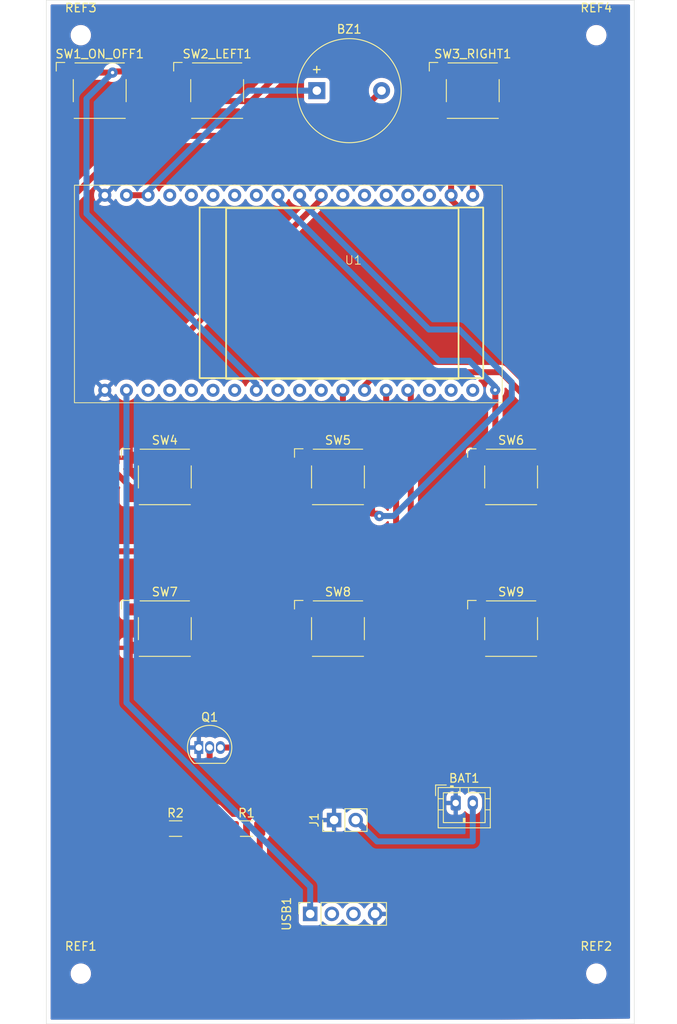
<source format=kicad_pcb>
(kicad_pcb (version 20240108) (generator "pcbnew") (generator_version "8.0")
  (layers (0 "F.Cu" signal) (31 "B.Cu" signal) (34 "B.Paste" user) (35 "F.Paste" user) (36 "B.SilkS" user "B.Silkscreen") (37 "F.SilkS" user "F.Silkscreen") (38 "B.Mask" user) (39 "F.Mask" user) (44 "Edge.Cuts" user))
  (net 0 "")
  (net 1 "GND")
  (net 2 "Net-(U1-PROG)")
  (net 3 "Net-(U1-GPIO7{slash}ADC1_6)")
  (net 4 "Net-(U1-GPIO6{slash}ADC1_5)")
  (net 5 "Net-(U1-GPIO38)")
  (net 6 "Net-(U1-GPIO39)")
  (net 7 "Net-(U1-GPIO40)")
  (net 8 "Net-(U1-GPIO26)")
  (net 9 "Net-(U1-GPIO48)")
  (net 10 "Net-(U1-GPIO47)")
  (net 32 "Net-(BZ1--)")
  (net 33 "+3.3V")
  (net 34 "Net-(Q1-B)")
  (net 35 "Net-(U1-GPIO33)")
  (net 36 "Net-(U1-5V)")
  (net 39 "Net-(BAT1-Pin_2)")
  (footprint "Button_Switch_SMD:SW_SPST_Omron_B3FS-100xP" (layer "F.Cu") (at 107.22 36)
    (property "Reference" "SW1_ON_OFF1" (at 0 -4.3 0) (layer "F.SilkS"))
    (property "Value" "SW_Push")
    (fp_line (start -5.1 -3.3) (end -4.1 -3.3) (stroke (width 0.12)) (layer "F.SilkS"))
    (fp_line (start -5.1 -2.3) (end -5.1 -3.3) (stroke (width 0.12)) (layer "F.SilkS"))
    (fp_line (start -3.1 -1.3) (end -3.1 1.3) (stroke (width 0.12)) (layer "F.SilkS"))
    (fp_line (start 2.9 -3.25) (end -2.9 -3.25) (stroke (width 0.12)) (layer "F.SilkS"))
    (fp_line (start 3 3.25) (end -3 3.25) (stroke (width 0.12)) (layer "F.SilkS"))
    (fp_line (start 3.1 -1.3) (end 3.1 1.3) (stroke (width 0.12)) (layer "F.SilkS"))
    (pad "1" smd rect (at -4 -2.25 180) (size 1.6 1.4) (layers "F.Cu" "F.Paste" "F.Mask") (net 2 "Net-(U1-PROG)"))
    (pad "1" smd rect (at 4 -2.25 180) (size 1.6 1.4) (layers "F.Cu" "F.Paste" "F.Mask") (net 2 "Net-(U1-PROG)"))
    (pad "2" smd rect (at -4 2.25 180) (size 1.6 1.4) (layers "F.Cu" "F.Paste" "F.Mask") (net 1 "GND"))
    (pad "2" smd rect (at 4 2.25 180) (size 1.6 1.4) (layers "F.Cu" "F.Paste" "F.Mask") (net 1 "GND"))
  )
  (footprint "Connector_PinSocket_2.54mm:PinSocket_1x04_P2.54mm_Vertical" (layer "F.Cu") (at 131.92 132.5 90)
    (property "Reference" "USB1" (at 0 -2.77 -90) (layer "F.SilkS"))
    (property "Value" "Conn_01x04_Pin")
    (fp_line (start 1.33 -1.33) (end 1.33 0) (stroke (width 0.12)) (layer "F.SilkS"))
    (fp_line (start 0 -1.33) (end 1.33 -1.33) (stroke (width 0.12)) (layer "F.SilkS"))
    (fp_line (start 1.33 1.27) (end 1.33 8.95) (stroke (width 0.12)) (layer "F.SilkS"))
    (fp_line (start -1.33 1.27) (end 1.33 1.27) (stroke (width 0.12)) (layer "F.SilkS"))
    (fp_line (start -1.33 1.27) (end -1.33 8.95) (stroke (width 0.12)) (layer "F.SilkS"))
    (fp_line (start -1.33 8.95) (end 1.33 8.95) (stroke (width 0.12)) (layer "F.SilkS"))
    (pad "1" thru_hole rect (at 0 0 90) (size 1.7 1.7) (drill 1) (layers "*.Cu" "*.Mask") (net 36 "Net-(U1-5V)"))
    (pad "2" thru_hole oval (at 0 2.54 90) (size 1.7 1.7) (drill 1) (layers "*.Cu" "*.Mask"))
    (pad "3" thru_hole oval (at 0 5.08 90) (size 1.7 1.7) (drill 1) (layers "*.Cu" "*.Mask"))
    (pad "4" thru_hole oval (at 0 7.62 90) (size 1.7 1.7) (drill 1) (layers "*.Cu" "*.Mask") (net 1 "GND"))
  )
  (footprint "MountingHole:MountingHole_2.2mm_M2" (layer "F.Cu") (at 105 139.5)
    (property "Reference" "REF1" (at 0 -3.2 0) (layer "F.SilkS"))
    (property "Value" "MountingHole_2.2mm_M2")
    (pad "" np_thru_hole circle (at 0 0) (size 2.2 2.2) (drill 2.2) (layers "*.Cu" "*.Mask"))
  )
  (footprint "Button_Switch_SMD:SW_SPST_Omron_B3FS-100xP" (layer "F.Cu") (at 114.86 81.28)
    (property "Reference" "SW4" (at 0 -4.3 0) (layer "F.SilkS"))
    (property "Value" "SW_Push")
    (fp_line (start -5.1 -3.3) (end -4.1 -3.3) (stroke (width 0.12)) (layer "F.SilkS"))
    (fp_line (start -5.1 -2.3) (end -5.1 -3.3) (stroke (width 0.12)) (layer "F.SilkS"))
    (fp_line (start -3.1 -1.3) (end -3.1 1.3) (stroke (width 0.12)) (layer "F.SilkS"))
    (fp_line (start 2.9 -3.25) (end -2.9 -3.25) (stroke (width 0.12)) (layer "F.SilkS"))
    (fp_line (start 3 3.25) (end -3 3.25) (stroke (width 0.12)) (layer "F.SilkS"))
    (fp_line (start 3.1 -1.3) (end 3.1 1.3) (stroke (width 0.12)) (layer "F.SilkS"))
    (pad "1" smd rect (at -4 -2.25 180) (size 1.6 1.4) (layers "F.Cu" "F.Paste" "F.Mask") (net 1 "GND"))
    (pad "1" smd rect (at 4 -2.25 180) (size 1.6 1.4) (layers "F.Cu" "F.Paste" "F.Mask") (net 1 "GND"))
    (pad "2" smd rect (at -4 2.25 180) (size 1.6 1.4) (layers "F.Cu" "F.Paste" "F.Mask") (net 5 "Net-(U1-GPIO38)"))
    (pad "2" smd rect (at 4 2.25 180) (size 1.6 1.4) (layers "F.Cu" "F.Paste" "F.Mask") (net 5 "Net-(U1-GPIO38)"))
  )
  (footprint "Button_Switch_SMD:SW_SPST_Omron_B3FS-100xP" (layer "F.Cu") (at 151 36)
    (property "Reference" "SW3_RIGHT1" (at 0 -4.3 0) (layer "F.SilkS"))
    (property "Value" "SW_Push")
    (fp_line (start -5.1 -3.3) (end -4.1 -3.3) (stroke (width 0.12)) (layer "F.SilkS"))
    (fp_line (start -5.1 -2.3) (end -5.1 -3.3) (stroke (width 0.12)) (layer "F.SilkS"))
    (fp_line (start -3.1 -1.3) (end -3.1 1.3) (stroke (width 0.12)) (layer "F.SilkS"))
    (fp_line (start 2.9 -3.25) (end -2.9 -3.25) (stroke (width 0.12)) (layer "F.SilkS"))
    (fp_line (start 3 3.25) (end -3 3.25) (stroke (width 0.12)) (layer "F.SilkS"))
    (fp_line (start 3.1 -1.3) (end 3.1 1.3) (stroke (width 0.12)) (layer "F.SilkS"))
    (pad "1" smd rect (at -4 -2.25 180) (size 1.6 1.4) (layers "F.Cu" "F.Paste" "F.Mask") (net 1 "GND"))
    (pad "1" smd rect (at 4 -2.25 180) (size 1.6 1.4) (layers "F.Cu" "F.Paste" "F.Mask") (net 1 "GND"))
    (pad "2" smd rect (at -4 2.25 180) (size 1.6 1.4) (layers "F.Cu" "F.Paste" "F.Mask") (net 4 "Net-(U1-GPIO6{slash}ADC1_5)"))
    (pad "2" smd rect (at 4 2.25 180) (size 1.6 1.4) (layers "F.Cu" "F.Paste" "F.Mask") (net 4 "Net-(U1-GPIO6{slash}ADC1_5)"))
  )
  (footprint "Package_TO_SOT_THT:TO-92_Inline" (layer "F.Cu") (at 118.85 113)
    (property "Reference" "Q1" (at 1.27 -3.56 0) (layer "F.SilkS"))
    (property "Value" "NPN")
    (fp_line (start -0.53 1.85) (end 3.07 1.85) (stroke (width 0.12)) (layer "F.SilkS"))
    (fp_arc (start -0.568478 1.838478) (mid -1.132087 -0.994977) (end 1.27 -2.6) (stroke (width 0.12)) (layer "F.SilkS"))
    (fp_arc (start 1.27 -2.6) (mid 3.672087 -0.994977) (end 3.108478 1.838478) (stroke (width 0.12)) (layer "F.SilkS"))
    (pad "1" thru_hole rect (at 0 0) (size 1.05 1.5) (drill 0.75) (layers "*.Cu" "*.Mask") (net 1 "GND"))
    (pad "2" thru_hole oval (at 1.27 0) (size 1.05 1.5) (drill 0.75) (layers "*.Cu" "*.Mask") (net 34 "Net-(Q1-B)"))
    (pad "3" thru_hole oval (at 2.54 0) (size 1.05 1.5) (drill 0.75) (layers "*.Cu" "*.Mask") (net 32 "Net-(BZ1--)"))
  )
  (footprint "Button_Switch_SMD:SW_SPST_Omron_B3FS-100xP" (layer "F.Cu") (at 135.18 99.06)
    (property "Reference" "SW8" (at 0 -4.3 0) (layer "F.SilkS"))
    (property "Value" "SW_Push")
    (fp_line (start -5.1 -3.3) (end -4.1 -3.3) (stroke (width 0.12)) (layer "F.SilkS"))
    (fp_line (start -5.1 -2.3) (end -5.1 -3.3) (stroke (width 0.12)) (layer "F.SilkS"))
    (fp_line (start -3.1 -1.3) (end -3.1 1.3) (stroke (width 0.12)) (layer "F.SilkS"))
    (fp_line (start 2.9 -3.25) (end -2.9 -3.25) (stroke (width 0.12)) (layer "F.SilkS"))
    (fp_line (start 3 3.25) (end -3 3.25) (stroke (width 0.12)) (layer "F.SilkS"))
    (fp_line (start 3.1 -1.3) (end 3.1 1.3) (stroke (width 0.12)) (layer "F.SilkS"))
    (pad "1" smd rect (at -4 -2.25 180) (size 1.6 1.4) (layers "F.Cu" "F.Paste" "F.Mask") (net 9 "Net-(U1-GPIO48)"))
    (pad "1" smd rect (at 4 -2.25 180) (size 1.6 1.4) (layers "F.Cu" "F.Paste" "F.Mask") (net 9 "Net-(U1-GPIO48)"))
    (pad "2" smd rect (at -4 2.25 180) (size 1.6 1.4) (layers "F.Cu" "F.Paste" "F.Mask") (net 1 "GND"))
    (pad "2" smd rect (at 4 2.25 180) (size 1.6 1.4) (layers "F.Cu" "F.Paste" "F.Mask") (net 1 "GND"))
  )
  (footprint "Button_Switch_SMD:SW_SPST_Omron_B3FS-100xP" (layer "F.Cu") (at 155.5 81.28)
    (property "Reference" "SW6" (at 0 -4.3 0) (layer "F.SilkS"))
    (property "Value" "SW_Push")
    (fp_line (start -5.1 -3.3) (end -4.1 -3.3) (stroke (width 0.12)) (layer "F.SilkS"))
    (fp_line (start -5.1 -2.3) (end -5.1 -3.3) (stroke (width 0.12)) (layer "F.SilkS"))
    (fp_line (start -3.1 -1.3) (end -3.1 1.3) (stroke (width 0.12)) (layer "F.SilkS"))
    (fp_line (start 2.9 -3.25) (end -2.9 -3.25) (stroke (width 0.12)) (layer "F.SilkS"))
    (fp_line (start 3 3.25) (end -3 3.25) (stroke (width 0.12)) (layer "F.SilkS"))
    (fp_line (start 3.1 -1.3) (end 3.1 1.3) (stroke (width 0.12)) (layer "F.SilkS"))
    (pad "1" smd rect (at -4 -2.25 180) (size 1.6 1.4) (layers "F.Cu" "F.Paste" "F.Mask") (net 1 "GND"))
    (pad "1" smd rect (at 4 -2.25 180) (size 1.6 1.4) (layers "F.Cu" "F.Paste" "F.Mask") (net 1 "GND"))
    (pad "2" smd rect (at -4 2.25 180) (size 1.6 1.4) (layers "F.Cu" "F.Paste" "F.Mask") (net 7 "Net-(U1-GPIO40)"))
    (pad "2" smd rect (at 4 2.25 180) (size 1.6 1.4) (layers "F.Cu" "F.Paste" "F.Mask") (net 7 "Net-(U1-GPIO40)"))
  )
  (footprint "Button_Switch_SMD:SW_SPST_Omron_B3FS-100xP" (layer "F.Cu") (at 135.18 81.28)
    (property "Reference" "SW5" (at 0 -4.3 0) (layer "F.SilkS"))
    (property "Value" "SW_Push")
    (fp_line (start -5.1 -3.3) (end -4.1 -3.3) (stroke (width 0.12)) (layer "F.SilkS"))
    (fp_line (start -5.1 -2.3) (end -5.1 -3.3) (stroke (width 0.12)) (layer "F.SilkS"))
    (fp_line (start -3.1 -1.3) (end -3.1 1.3) (stroke (width 0.12)) (layer "F.SilkS"))
    (fp_line (start 2.9 -3.25) (end -2.9 -3.25) (stroke (width 0.12)) (layer "F.SilkS"))
    (fp_line (start 3 3.25) (end -3 3.25) (stroke (width 0.12)) (layer "F.SilkS"))
    (fp_line (start 3.1 -1.3) (end 3.1 1.3) (stroke (width 0.12)) (layer "F.SilkS"))
    (pad "1" smd rect (at -4 -2.25 180) (size 1.6 1.4) (layers "F.Cu" "F.Paste" "F.Mask") (net 1 "GND"))
    (pad "1" smd rect (at 4 -2.25 180) (size 1.6 1.4) (layers "F.Cu" "F.Paste" "F.Mask") (net 1 "GND"))
    (pad "2" smd rect (at -4 2.25 180) (size 1.6 1.4) (layers "F.Cu" "F.Paste" "F.Mask") (net 6 "Net-(U1-GPIO39)"))
    (pad "2" smd rect (at 4 2.25 180) (size 1.6 1.4) (layers "F.Cu" "F.Paste" "F.Mask") (net 6 "Net-(U1-GPIO39)"))
  )
  (footprint "Connector_JST:JST_PH_B2B-PH-K_1x02_P2.00mm_Vertical" (layer "F.Cu") (at 149 119.5)
    (property "Reference" "BAT1" (at 1 -2.9 0) (layer "F.SilkS"))
    (property "Value" "Conn_01x02_Pin")
    (fp_line (start -2.36 -2.11) (end -2.36 -0.86) (stroke (width 0.12)) (layer "F.SilkS"))
    (fp_line (start -2.06 -1.81) (end -2.06 2.91) (stroke (width 0.12)) (layer "F.SilkS"))
    (fp_line (start -2.06 -0.5) (end -1.45 -0.5) (stroke (width 0.12)) (layer "F.SilkS"))
    (fp_line (start -2.06 0.8) (end -1.45 0.8) (stroke (width 0.12)) (layer "F.SilkS"))
    (fp_line (start -2.06 2.91) (end 4.06 2.91) (stroke (width 0.12)) (layer "F.SilkS"))
    (fp_line (start -1.45 -1.2) (end -1.45 2.3) (stroke (width 0.12)) (layer "F.SilkS"))
    (fp_line (start -1.45 2.3) (end 3.45 2.3) (stroke (width 0.12)) (layer "F.SilkS"))
    (fp_line (start -1.11 -2.11) (end -2.36 -2.11) (stroke (width 0.12)) (layer "F.SilkS"))
    (fp_line (start -0.6 -2.01) (end -0.6 -1.81) (stroke (width 0.12)) (layer "F.SilkS"))
    (fp_line (start -0.3 -2.01) (end -0.6 -2.01) (stroke (width 0.12)) (layer "F.SilkS"))
    (fp_line (start -0.3 -1.91) (end -0.6 -1.91) (stroke (width 0.12)) (layer "F.SilkS"))
    (fp_line (start -0.3 -1.81) (end -0.3 -2.01) (stroke (width 0.12)) (layer "F.SilkS"))
    (fp_line (start 0.5 -1.81) (end 0.5 -1.2) (stroke (width 0.12)) (layer "F.SilkS"))
    (fp_line (start 0.5 -1.2) (end -1.45 -1.2) (stroke (width 0.12)) (layer "F.SilkS"))
    (fp_line (start 0.9 1.8) (end 1.1 1.8) (stroke (width 0.12)) (layer "F.SilkS"))
    (fp_line (start 0.9 2.3) (end 0.9 1.8) (stroke (width 0.12)) (layer "F.SilkS"))
    (fp_line (start 1 2.3) (end 1 1.8) (stroke (width 0.12)) (layer "F.SilkS"))
    (fp_line (start 1.1 1.8) (end 1.1 2.3) (stroke (width 0.12)) (layer "F.SilkS"))
    (fp_line (start 1.5 -1.2) (end 1.5 -1.81) (stroke (width 0.12)) (layer "F.SilkS"))
    (fp_line (start 3.45 -1.2) (end 1.5 -1.2) (stroke (width 0.12)) (layer "F.SilkS"))
    (fp_line (start 3.45 2.3) (end 3.45 -1.2) (stroke (width 0.12)) (layer "F.SilkS"))
    (fp_line (start 4.06 -1.81) (end -2.06 -1.81) (stroke (width 0.12)) (layer "F.SilkS"))
    (fp_line (start 4.06 -0.5) (end 3.45 -0.5) (stroke (width 0.12)) (layer "F.SilkS"))
    (fp_line (start 4.06 0.8) (end 3.45 0.8) (stroke (width 0.12)) (layer "F.SilkS"))
    (fp_line (start 4.06 2.91) (end 4.06 -1.81) (stroke (width 0.12)) (layer "F.SilkS"))
    (pad "1" thru_hole roundrect (at 0 0) (size 1.2 1.75) (drill 0.75) (layers "*.Cu" "*.Mask") (roundrect_rratio 0.208333) (net 1 "GND"))
    (pad "2" thru_hole oval (at 2 0) (size 1.2 1.75) (drill 0.75) (layers "*.Cu" "*.Mask") (net 39 "Net-(BAT1-Pin_2)"))
  )
  (footprint "MountingHole:MountingHole_2.2mm_M2" (layer "F.Cu") (at 105 29.5)
    (property "Reference" "REF3" (at 0 -3.2 0) (layer "F.SilkS"))
    (property "Value" "MountingHole_2.2mm_M2")
    (pad "" np_thru_hole circle (at 0 0) (size 2.2 2.2) (drill 2.2) (layers "*.Cu" "*.Mask"))
  )
  (footprint "Buzzer_Beeper:Buzzer_12x9.5RM7.6" (layer "F.Cu") (at 132.7 36)
    (property "Reference" "BZ1" (at 3.8 -7.2 0) (layer "F.SilkS"))
    (property "Value" "Buzzer")
    (fp_circle (center 3.8 0) (end 9.9 0) (stroke (width 0.12)) (fill none) (layer "F.SilkS"))
    (fp_text user "+" (at -0.01 -2.54 0) (layer "F.SilkS"))
    (pad "1" thru_hole rect (at 0 0) (size 2 2) (drill 1) (layers "*.Cu" "*.Mask") (net 33 "+3.3V"))
    (pad "2" thru_hole circle (at 7.6 0) (size 2 2) (drill 1) (layers "*.Cu" "*.Mask") (net 32 "Net-(BZ1--)"))
  )
  (footprint "Resistor_SMD:R_1206_3216Metric_Pad1.30x1.75mm_HandSolder" (layer "F.Cu") (at 124.45 122.5)
    (property "Reference" "R1" (at 0 -1.82 0) (layer "F.SilkS"))
    (property "Value" "470")
    (fp_line (start -0.727064 -0.91) (end 0.727064 -0.91) (stroke (width 0.12)) (layer "F.SilkS"))
    (fp_line (start -0.727064 0.91) (end 0.727064 0.91) (stroke (width 0.12)) (layer "F.SilkS"))
    (pad "1" smd roundrect (at -1.55 0) (size 1.3 1.75) (layers "F.Cu" "F.Paste" "F.Mask") (roundrect_rratio 0.192308) (net 35 "Net-(U1-GPIO33)"))
    (pad "2" smd roundrect (at 1.55 0) (size 1.3 1.75) (layers "F.Cu" "F.Paste" "F.Mask") (roundrect_rratio 0.192308) (net 34 "Net-(Q1-B)"))
  )
  (footprint "Node:Heltec LoRa 32 V3" (layer "F.Cu") (at 129.3688 58.42)
    (property "Reference" "U1" (at 7.62 -2.54 0) (layer "F.SilkS") (effects (font (thickness 0.1))))
    (property "Value" "~")
    (fp_rect (start -25.115185 -11.336914) (end 25.084815 14.163086) (stroke (width 0.1)) (fill none) (layer "F.SilkS"))
    (fp_rect (start -10.42 -8.723686) (end 22.86 11.276314) (stroke (width 0.2)) (fill none) (layer "F.SilkS"))
    (fp_rect (start -7.317604 -8.631612) (end 19.962396 11.368388) (stroke (width 0.2)) (fill none) (layer "F.SilkS"))
    (pad "1" thru_hole circle (at -21.548848 -10.16) (size 1.524 1.524) (drill 0.762) (layers "*.Cu" "*.Mask") (net 1 "GND"))
    (pad "2" thru_hole circle (at -19.008848 -10.16) (size 1.524 1.524) (drill 0.762) (layers "*.Cu" "*.Mask") (net 33 "+3.3V"))
    (pad "3" thru_hole circle (at -16.468848 -10.16) (size 1.524 1.524) (drill 0.762) (layers "*.Cu" "*.Mask") (net 33 "+3.3V"))
    (pad "4" thru_hole circle (at -13.928848 -10.16) (size 1.524 1.524) (drill 0.762) (layers "*.Cu" "*.Mask"))
    (pad "5" thru_hole circle (at -11.388848 -10.16) (size 1.524 1.524) (drill 0.762) (layers "*.Cu" "*.Mask"))
    (pad "6" thru_hole circle (at -8.848848 -10.16) (size 1.524 1.524) (drill 0.762) (layers "*.Cu" "*.Mask"))
    (pad "7" thru_hole circle (at -6.308848 -10.16) (size 1.524 1.524) (drill 0.762) (layers "*.Cu" "*.Mask"))
    (pad "8" thru_hole circle (at -3.768848 -10.16) (size 1.524 1.524) (drill 0.762) (layers "*.Cu" "*.Mask"))
    (pad "9" thru_hole circle (at -1.228848 -10.16) (size 1.524 1.524) (drill 0.762) (layers "*.Cu" "*.Mask") (net 7 "Net-(U1-GPIO40)"))
    (pad "10" thru_hole circle (at 1.311152 -10.16) (size 1.524 1.524) (drill 0.762) (layers "*.Cu" "*.Mask") (net 6 "Net-(U1-GPIO39)"))
    (pad "11" thru_hole circle (at 3.851152 -10.16) (size 1.524 1.524) (drill 0.762) (layers "*.Cu" "*.Mask") (net 5 "Net-(U1-GPIO38)"))
    (pad "12" thru_hole circle (at 6.391152 -10.16) (size 1.524 1.524) (drill 0.762) (layers "*.Cu" "*.Mask"))
    (pad "13" thru_hole circle (at 8.931152 -10.16) (size 1.524 1.524) (drill 0.762) (layers "*.Cu" "*.Mask"))
    (pad "14" thru_hole circle (at 11.471152 -10.16) (size 1.524 1.524) (drill 0.762) (layers "*.Cu" "*.Mask"))
    (pad "15" thru_hole circle (at 14.011152 -10.16) (size 1.524 1.524) (drill 0.762) (layers "*.Cu" "*.Mask"))
    (pad "16" thru_hole circle (at 16.551152 -10.16) (size 1.524 1.524) (drill 0.762) (layers "*.Cu" "*.Mask"))
    (pad "17" thru_hole circle (at 19.091152 -10.16) (size 1.524 1.524) (drill 0.762) (layers "*.Cu" "*.Mask") (net 4 "Net-(U1-GPIO6{slash}ADC1_5)"))
    (pad "18" thru_hole circle (at 21.631152 -10.16) (size 1.524 1.524) (drill 0.762) (layers "*.Cu" "*.Mask") (net 3 "Net-(U1-GPIO7{slash}ADC1_6)"))
    (pad "19" thru_hole circle (at -21.548848 12.7) (size 1.524 1.524) (drill 0.762) (layers "*.Cu" "*.Mask") (net 1 "GND"))
    (pad "20" thru_hole circle (at -19.008848 12.7) (size 1.524 1.524) (drill 0.762) (layers "*.Cu" "*.Mask") (net 36 "Net-(U1-5V)"))
    (pad "21" thru_hole circle (at -16.468848 12.7) (size 1.524 1.524) (drill 0.762) (layers "*.Cu" "*.Mask"))
    (pad "22" thru_hole circle (at -13.928848 12.7) (size 1.524 1.524) (drill 0.762) (layers "*.Cu" "*.Mask"))
    (pad "23" thru_hole circle (at -11.388848 12.7) (size 1.524 1.524) (drill 0.762) (layers "*.Cu" "*.Mask"))
    (pad "24" thru_hole circle (at -8.848848 12.7) (size 1.524 1.524) (drill 0.762) (layers "*.Cu" "*.Mask"))
    (pad "25" thru_hole circle (at -6.308848 12.7) (size 1.524 1.524) (drill 0.762) (layers "*.Cu" "*.Mask"))
    (pad "26" thru_hole circle (at -3.768848 12.7) (size 1.524 1.524) (drill 0.762) (layers "*.Cu" "*.Mask") (net 2 "Net-(U1-PROG)"))
    (pad "27" thru_hole circle (at -1.228848 12.7) (size 1.524 1.524) (drill 0.762) (layers "*.Cu" "*.Mask"))
    (pad "28" thru_hole circle (at 1.311152 12.7) (size 1.524 1.524) (drill 0.762) (layers "*.Cu" "*.Mask"))
    (pad "29" thru_hole circle (at 3.851152 12.7) (size 1.524 1.524) (drill 0.762) (layers "*.Cu" "*.Mask"))
    (pad "30" thru_hole circle (at 6.391152 12.7) (size 1.524 1.524) (drill 0.762) (layers "*.Cu" "*.Mask") (net 35 "Net-(U1-GPIO33)"))
    (pad "31" thru_hole circle (at 8.931152 12.7) (size 1.524 1.524) (drill 0.762) (layers "*.Cu" "*.Mask") (net 10 "Net-(U1-GPIO47)"))
    (pad "32" thru_hole circle (at 11.471152 12.7) (size 1.524 1.524) (drill 0.762) (layers "*.Cu" "*.Mask") (net 9 "Net-(U1-GPIO48)"))
    (pad "33" thru_hole circle (at 14.011152 12.7) (size 1.524 1.524) (drill 0.762) (layers "*.Cu" "*.Mask") (net 8 "Net-(U1-GPIO26)"))
    (pad "34" thru_hole circle (at 16.551152 12.7) (size 1.524 1.524) (drill 0.762) (layers "*.Cu" "*.Mask"))
    (pad "35" thru_hole circle (at 19.091152 12.7) (size 1.524 1.524) (drill 0.762) (layers "*.Cu" "*.Mask"))
    (pad "36" thru_hole circle (at 21.631152 12.7) (size 1.524 1.524) (drill 0.762) (layers "*.Cu" "*.Mask"))
  )
  (footprint "MountingHole:MountingHole_2.2mm_M2" (layer "F.Cu") (at 165.5 29.5)
    (property "Reference" "REF4" (at 0 -3.2 0) (layer "F.SilkS"))
    (property "Value" "MountingHole_2.2mm_M2")
    (pad "" np_thru_hole circle (at 0 0) (size 2.2 2.2) (drill 2.2) (layers "*.Cu" "*.Mask"))
  )
  (footprint "Button_Switch_SMD:SW_SPST_Omron_B3FS-100xP" (layer "F.Cu") (at 121 36)
    (property "Reference" "SW2_LEFT1" (at 0 -4.3 0) (layer "F.SilkS"))
    (property "Value" "SW_Push")
    (fp_line (start -5.1 -3.3) (end -4.1 -3.3) (stroke (width 0.12)) (layer "F.SilkS"))
    (fp_line (start -5.1 -2.3) (end -5.1 -3.3) (stroke (width 0.12)) (layer "F.SilkS"))
    (fp_line (start -3.1 -1.3) (end -3.1 1.3) (stroke (width 0.12)) (layer "F.SilkS"))
    (fp_line (start 2.9 -3.25) (end -2.9 -3.25) (stroke (width 0.12)) (layer "F.SilkS"))
    (fp_line (start 3 3.25) (end -3 3.25) (stroke (width 0.12)) (layer "F.SilkS"))
    (fp_line (start 3.1 -1.3) (end 3.1 1.3) (stroke (width 0.12)) (layer "F.SilkS"))
    (pad "1" smd rect (at -4 -2.25 180) (size 1.6 1.4) (layers "F.Cu" "F.Paste" "F.Mask") (net 1 "GND"))
    (pad "1" smd rect (at 4 -2.25 180) (size 1.6 1.4) (layers "F.Cu" "F.Paste" "F.Mask") (net 1 "GND"))
    (pad "2" smd rect (at -4 2.25 180) (size 1.6 1.4) (layers "F.Cu" "F.Paste" "F.Mask") (net 3 "Net-(U1-GPIO7{slash}ADC1_6)"))
    (pad "2" smd rect (at 4 2.25 180) (size 1.6 1.4) (layers "F.Cu" "F.Paste" "F.Mask") (net 3 "Net-(U1-GPIO7{slash}ADC1_6)"))
  )
  (footprint "Resistor_SMD:R_1206_3216Metric_Pad1.30x1.75mm_HandSolder" (layer "F.Cu") (at 116.12 122.5)
    (property "Reference" "R2" (at 0 -1.82 0) (layer "F.SilkS"))
    (property "Value" "4,7 k")
    (fp_line (start -0.727064 -0.91) (end 0.727064 -0.91) (stroke (width 0.12)) (layer "F.SilkS"))
    (fp_line (start -0.727064 0.91) (end 0.727064 0.91) (stroke (width 0.12)) (layer "F.SilkS"))
    (pad "1" smd roundrect (at -1.55 0) (size 1.3 1.75) (layers "F.Cu" "F.Paste" "F.Mask") (roundrect_rratio 0.192308) (net 34 "Net-(Q1-B)"))
    (pad "2" smd roundrect (at 1.55 0) (size 1.3 1.75) (layers "F.Cu" "F.Paste" "F.Mask") (roundrect_rratio 0.192308) (net 1 "GND"))
  )
  (footprint "Button_Switch_SMD:SW_SPST_Omron_B3FS-100xP" (layer "F.Cu") (at 114.86 99.06)
    (property "Reference" "SW7" (at 0 -4.3 0) (layer "F.SilkS"))
    (property "Value" "SW_Push")
    (fp_line (start -5.1 -3.3) (end -4.1 -3.3) (stroke (width 0.12)) (layer "F.SilkS"))
    (fp_line (start -5.1 -2.3) (end -5.1 -3.3) (stroke (width 0.12)) (layer "F.SilkS"))
    (fp_line (start -3.1 -1.3) (end -3.1 1.3) (stroke (width 0.12)) (layer "F.SilkS"))
    (fp_line (start 2.9 -3.25) (end -2.9 -3.25) (stroke (width 0.12)) (layer "F.SilkS"))
    (fp_line (start 3 3.25) (end -3 3.25) (stroke (width 0.12)) (layer "F.SilkS"))
    (fp_line (start 3.1 -1.3) (end 3.1 1.3) (stroke (width 0.12)) (layer "F.SilkS"))
    (pad "1" smd rect (at -4 -2.25 180) (size 1.6 1.4) (layers "F.Cu" "F.Paste" "F.Mask") (net 8 "Net-(U1-GPIO26)"))
    (pad "1" smd rect (at 4 -2.25 180) (size 1.6 1.4) (layers "F.Cu" "F.Paste" "F.Mask") (net 8 "Net-(U1-GPIO26)"))
    (pad "2" smd rect (at -4 2.25 180) (size 1.6 1.4) (layers "F.Cu" "F.Paste" "F.Mask") (net 1 "GND"))
    (pad "2" smd rect (at 4 2.25 180) (size 1.6 1.4) (layers "F.Cu" "F.Paste" "F.Mask") (net 1 "GND"))
  )
  (footprint "Connector_PinHeader_2.54mm:PinHeader_1x02_P2.54mm_Vertical" (layer "F.Cu") (at 134.725 121.5 90)
    (property "Reference" "J1" (at 0 -2.33 -90) (layer "F.SilkS"))
    (property "Value" "Conn_01x02_Pin")
    (fp_line (start -1.33 -1.33) (end 0 -1.33) (stroke (width 0.12)) (layer "F.SilkS"))
    (fp_line (start -1.33 0) (end -1.33 -1.33) (stroke (width 0.12)) (layer "F.SilkS"))
    (fp_line (start 1.33 1.27) (end 1.33 3.87) (stroke (width 0.12)) (layer "F.SilkS"))
    (fp_line (start -1.33 1.27) (end 1.33 1.27) (stroke (width 0.12)) (layer "F.SilkS"))
    (fp_line (start -1.33 1.27) (end -1.33 3.87) (stroke (width 0.12)) (layer "F.SilkS"))
    (fp_line (start -1.33 3.87) (end 1.33 3.87) (stroke (width 0.12)) (layer "F.SilkS"))
    (pad "1" thru_hole rect (at 0 0 90) (size 1.7 1.7) (drill 1) (layers "*.Cu" "*.Mask") (net 1 "GND"))
    (pad "2" thru_hole oval (at 0 2.54 90) (size 1.7 1.7) (drill 1) (layers "*.Cu" "*.Mask") (net 39 "Net-(BAT1-Pin_2)"))
  )
  (footprint "Button_Switch_SMD:SW_SPST_Omron_B3FS-100xP" (layer "F.Cu") (at 155.5 99.06)
    (property "Reference" "SW9" (at 0 -4.3 0) (layer "F.SilkS"))
    (property "Value" "SW_Push")
    (fp_line (start -5.1 -3.3) (end -4.1 -3.3) (stroke (width 0.12)) (layer "F.SilkS"))
    (fp_line (start -5.1 -2.3) (end -5.1 -3.3) (stroke (width 0.12)) (layer "F.SilkS"))
    (fp_line (start -3.1 -1.3) (end -3.1 1.3) (stroke (width 0.12)) (layer "F.SilkS"))
    (fp_line (start 2.9 -3.25) (end -2.9 -3.25) (stroke (width 0.12)) (layer "F.SilkS"))
    (fp_line (start 3 3.25) (end -3 3.25) (stroke (width 0.12)) (layer "F.SilkS"))
    (fp_line (start 3.1 -1.3) (end 3.1 1.3) (stroke (width 0.12)) (layer "F.SilkS"))
    (pad "1" smd rect (at -4 -2.25 180) (size 1.6 1.4) (layers "F.Cu" "F.Paste" "F.Mask") (net 10 "Net-(U1-GPIO47)"))
    (pad "1" smd rect (at 4 -2.25 180) (size 1.6 1.4) (layers "F.Cu" "F.Paste" "F.Mask") (net 10 "Net-(U1-GPIO47)"))
    (pad "2" smd rect (at -4 2.25 180) (size 1.6 1.4) (layers "F.Cu" "F.Paste" "F.Mask") (net 1 "GND"))
    (pad "2" smd rect (at 4 2.25 180) (size 1.6 1.4) (layers "F.Cu" "F.Paste" "F.Mask") (net 1 "GND"))
  )
  (footprint "MountingHole:MountingHole_2.2mm_M2" (layer "F.Cu") (at 165.5 139.5)
    (property "Reference" "REF2" (at 0 -3.2 0) (layer "F.SilkS"))
    (property "Value" "MountingHole_2.2mm_M2")
    (pad "" np_thru_hole circle (at 0 0) (size 2.2 2.2) (drill 2.2) (layers "*.Cu" "*.Mask"))
  )
  (gr_rect (start 100.96 25.4) (end 169.96 145.4) (stroke (width 0.05)) (fill none) (layer "Edge.Cuts"))
  (segment (start 103.22 33.75) (end 105.372 33.75) (width 0.7) (layer "F.Cu") (net 2))
  (segment (start 108.934 33.8839) (end 108.729 33.8839) (width 0.7) (layer "F.Cu") (net 2))
  (segment (start 105.506 33.8839) (end 108.729 33.8839) (width 0.7) (layer "F.Cu") (net 2))
  (segment (start 109.068 33.75) (end 108.934 33.8839) (width 0.7) (layer "F.Cu") (net 2))
  (segment (start 111.22 33.75) (end 109.068 33.75) (width 0.7) (layer "F.Cu") (net 2))
  (segment (start 105.372 33.75) (end 105.506 33.8839) (width 0.7) (layer "F.Cu") (net 2))
  (via (at 108.729 33.8839) (size 1.2) (drill 0.4) (layers "F.Cu" "B.Cu") (net 2))
  (segment (start 125.6 71.12) (end 125.6 70.3487) (width 0.7) (layer "B.Cu") (net 2))
  (segment (start 125.6 70.3487) (end 105.668 50.4166) (width 0.7) (layer "B.Cu") (net 2))
  (segment (start 105.668 50.4166) (end 105.668 36.9449) (width 0.7) (layer "B.Cu") (net 2))
  (segment (start 105.668 36.9449) (end 108.729 33.8839) (width 0.7) (layer "B.Cu") (net 2))
  (segment (start 143.65 35.7534) (end 143.904 36.0074) (width 0.7) (layer "F.Cu") (net 3))
  (segment (start 128.642 33.5816) (end 128.642 30) (width 0.7) (layer "F.Cu") (net 3))
  (segment (start 119.152 38.25) (end 120.178 37.2241) (width 0.7) (layer "F.Cu") (net 3))
  (segment (start 148.175 36.0074) (end 151 38.8324) (width 0.7) (layer "F.Cu") (net 3))
  (segment (start 143.904 36.0074) (end 148.175 36.0074) (width 0.7) (layer "F.Cu") (net 3))
  (segment (start 117 38.25) (end 119.152 38.25) (width 0.7) (layer "F.Cu") (net 3))
  (segment (start 125 37.2241) (end 128.642 33.5816) (width 0.7) (layer "F.Cu") (net 3))
  (segment (start 125 38.25) (end 125 37.2241) (width 0.7) (layer "F.Cu") (net 3))
  (segment (start 143.65 32.172) (end 143.65 35.7534) (width 0.7) (layer "F.Cu") (net 3))
  (segment (start 128.642 30) (end 141.478 30) (width 0.7) (layer "F.Cu") (net 3))
  (segment (start 151 38.8324) (end 151 48.26) (width 0.7) (layer "F.Cu") (net 3))
  (segment (start 120.178 37.2241) (end 125 37.2241) (width 0.7) (layer "F.Cu") (net 3))
  (segment (start 141.478 30) (end 143.65 32.172) (width 0.7) (layer "F.Cu") (net 3))
  (segment (start 155 47.2528) (end 151.873 50.3796) (width 0.7) (layer "F.Cu") (net 4))
  (segment (start 147 38.25) (end 147 40.3017) (width 0.7) (layer "F.Cu") (net 4))
  (segment (start 150.056 50.3796) (end 148.46 48.7835) (width 0.7) (layer "F.Cu") (net 4))
  (segment (start 151.873 50.3796) (end 150.056 50.3796) (width 0.7) (layer "F.Cu") (net 4))
  (segment (start 148.46 41.7617) (end 148.46 48.26) (width 0.7) (layer "F.Cu") (net 4))
  (segment (start 148.46 48.7835) (end 148.46 48.26) (width 0.7) (layer "F.Cu") (net 4))
  (segment (start 155 38.25) (end 155 47.2528) (width 0.7) (layer "F.Cu") (net 4))
  (segment (start 147 40.3017) (end 148.46 41.7617) (width 0.7) (layer "F.Cu") (net 4))
  (segment (start 118.86 83.53) (end 116.708 83.53) (width 0.7) (layer "F.Cu") (net 5))
  (segment (start 105.637 70.2643) (end 105.637 77.2809) (width 0.7) (layer "F.Cu") (net 5))
  (segment (start 105.637 77.2809) (end 110.86 82.5041) (width 0.7) (layer "F.Cu") (net 5))
  (segment (start 114.537 67.4049) (end 108.496 67.4049) (width 0.7) (layer "F.Cu") (net 5))
  (segment (start 116.708 83.53) (end 115.682 82.5041) (width 0.7) (layer "F.Cu") (net 5))
  (segment (start 133.22 48.26) (end 133.22 48.7215) (width 0.7) (layer "F.Cu") (net 5))
  (segment (start 133.22 48.7215) (end 114.537 67.4049) (width 0.7) (layer "F.Cu") (net 5))
  (segment (start 110.86 83.53) (end 110.86 82.5041) (width 0.7) (layer "F.Cu") (net 5))
  (segment (start 108.496 67.4049) (end 105.637 70.2643) (width 0.7) (layer "F.Cu") (net 5))
  (segment (start 115.682 82.5041) (end 110.86 82.5041) (width 0.7) (layer "F.Cu") (net 5))
  (segment (start 134.358 84.5558) (end 139.18 84.5558) (width 0.7) (layer "F.Cu") (net 6))
  (segment (start 133.332 83.53) (end 134.358 84.5558) (width 0.7) (layer "F.Cu") (net 6))
  (segment (start 139.18 84.5558) (end 139.18 85.5817) (width 0.7) (layer "F.Cu") (net 6))
  (segment (start 139.18 85.5817) (end 139.758 85.5817) (width 0.7) (layer "F.Cu") (net 6))
  (segment (start 139.758 85.5817) (end 140.036 85.8603) (width 0.7) (layer "F.Cu") (net 6))
  (segment (start 131.18 83.53) (end 133.332 83.53) (width 0.7) (layer "F.Cu") (net 6))
  (segment (start 139.18 83.53) (end 139.18 84.5558) (width 0.7) (layer "F.Cu") (net 6))
  (via (at 140.036 85.8603) (size 1.2) (drill 0.4) (layers "F.Cu" "B.Cu") (net 6))
  (segment (start 130.68 48.26) (end 130.68 48.8174) (width 0.7) (layer "B.Cu") (net 6))
  (segment (start 149.388 63.9987) (end 155.579 70.19) (width 0.7) (layer "B.Cu") (net 6))
  (segment (start 155.579 71.9963) (end 141.715 85.8603) (width 0.7) (layer "B.Cu") (net 6))
  (segment (start 141.715 85.8603) (end 140.036 85.8603) (width 0.7) (layer "B.Cu") (net 6))
  (segment (start 155.579 70.19) (end 155.579 71.9963) (width 0.7) (layer "B.Cu") (net 6))
  (segment (start 130.68 48.8174) (end 145.861 63.9987) (width 0.7) (layer "B.Cu") (net 6))
  (segment (start 145.861 63.9987) (end 149.388 63.9987) (width 0.7) (layer "B.Cu") (net 6))
  (segment (start 154.778 81.4783) (end 153.652 80.3524) (width 0.7) (layer "F.Cu") (net 7))
  (segment (start 151.5 81.4783) (end 151.5 83.53) (width 0.7) (layer "F.Cu") (net 7))
  (segment (start 153.652 80.3524) (end 152.526 81.4783) (width 0.7) (layer "F.Cu") (net 7))
  (segment (start 159.5 81.4783) (end 154.778 81.4783) (width 0.7) (layer "F.Cu") (net 7))
  (segment (start 153.628 71.0948) (end 153.652 71.1188) (width 0.7) (layer "F.Cu") (net 7))
  (segment (start 152.526 81.4783) (end 151.5 81.4783) (width 0.7) (layer "F.Cu") (net 7))
  (segment (start 159.5 83.53) (end 159.5 81.4783) (width 0.7) (layer "F.Cu") (net 7))
  (segment (start 153.652 71.1188) (end 153.652 80.3524) (width 0.7) (layer "F.Cu") (net 7))
  (via (at 153.628 71.0948) (size 1.2) (drill 0.4) (layers "F.Cu" "B.Cu") (net 7))
  (segment (start 128.14 48.7764) (end 147.027 67.6632) (width 0.7) (layer "B.Cu") (net 7))
  (segment (start 128.14 48.26) (end 128.14 48.7764) (width 0.7) (layer "B.Cu") (net 7))
  (segment (start 147.027 67.6632) (end 150.588 67.6632) (width 0.7) (layer "B.Cu") (net 7))
  (segment (start 153.628 70.7027) (end 153.628 71.0948) (width 0.7) (layer "B.Cu") (net 7))
  (segment (start 150.588 67.6632) (end 153.628 70.7027) (width 0.7) (layer "B.Cu") (net 7))
  (segment (start 143.724 95.747) (end 140.61 98.8617) (width 0.7) (layer "F.Cu") (net 8))
  (segment (start 118.86 97.8358) (end 118.86 96.81) (width 0.7) (layer "F.Cu") (net 8))
  (segment (start 143.724 71.4642) (end 143.724 95.747) (width 0.7) (layer "F.Cu") (net 8))
  (segment (start 114.038 97.8358) (end 118.86 97.8358) (width 0.7) (layer "F.Cu") (net 8))
  (segment (start 140.61 98.8617) (end 118.86 98.8617) (width 0.7) (layer "F.Cu") (net 8))
  (segment (start 110.86 96.81) (end 113.012 96.81) (width 0.7) (layer "F.Cu") (net 8))
  (segment (start 113.012 96.81) (end 114.038 97.8358) (width 0.7) (layer "F.Cu") (net 8))
  (segment (start 118.86 98.8617) (end 118.86 97.8358) (width 0.7) (layer "F.Cu") (net 8))
  (segment (start 143.38 71.12) (end 143.724 71.4642) (width 0.7) (layer "F.Cu") (net 8))
  (segment (start 131.18 96.81) (end 133.332 96.81) (width 0.7) (layer "F.Cu") (net 9))
  (segment (start 139.18 95.7841) (end 139.18 96.81) (width 0.7) (layer "F.Cu") (net 9))
  (segment (start 142.004 91.934) (end 139.18 94.7583) (width 0.7) (layer "F.Cu") (net 9))
  (segment (start 142.004 77.9326) (end 142.004 91.934) (width 0.7) (layer "F.Cu") (net 9))
  (segment (start 133.332 96.81) (end 134.358 95.7841) (width 0.7) (layer "F.Cu") (net 9))
  (segment (start 140.84 76.7683) (end 142.004 77.9326) (width 0.7) (layer "F.Cu") (net 9))
  (segment (start 134.358 95.7841) (end 139.18 95.7841) (width 0.7) (layer "F.Cu") (net 9))
  (segment (start 139.18 94.7583) (end 139.18 95.7841) (width 0.7) (layer "F.Cu") (net 9))
  (segment (start 140.84 71.12) (end 140.84 76.7683) (width 0.7) (layer "F.Cu") (net 9))
  (segment (start 159.5 94.7583) (end 164 90.2583) (width 0.7) (layer "F.Cu") (net 10))
  (segment (start 139.886 69.0063) (end 138.3 70.592) (width 0.7) (layer "F.Cu") (net 10))
  (segment (start 138.3 70.592) (end 138.3 71.12) (width 0.7) (layer "F.Cu") (net 10))
  (segment (start 153.652 96.81) (end 154.678 95.7841) (width 0.7) (layer "F.Cu") (net 10))
  (segment (start 154.299 69.0063) (end 139.886 69.0063) (width 0.7) (layer "F.Cu") (net 10))
  (segment (start 154.678 95.7841) (end 159.5 95.7841) (width 0.7) (layer "F.Cu") (net 10))
  (segment (start 164 90.2583) (end 164 78.7073) (width 0.7) (layer "F.Cu") (net 10))
  (segment (start 164 78.7073) (end 154.299 69.0063) (width 0.7) (layer "F.Cu") (net 10))
  (segment (start 159.5 96.81) (end 159.5 95.7841) (width 0.7) (layer "F.Cu") (net 10))
  (segment (start 151.5 96.81) (end 153.652 96.81) (width 0.7) (layer "F.Cu") (net 10))
  (segment (start 159.5 95.7841) (end 159.5 94.7583) (width 0.7) (layer "F.Cu") (net 10))
  (segment (start 103.5 122) (end 122 140.5) (width 0.7) (layer "F.Cu") (net 32))
  (segment (start 103.5 49) (end 103.5 122) (width 0.7) (layer "F.Cu") (net 32))
  (segment (start 122.995 113.005) (end 122.995 113) (width 0.7) (layer "F.Cu") (net 32))
  (segment (start 157.5 140.5) (end 157.5 112.5) (width 0.7) (layer "F.Cu") (net 32))
  (segment (start 157.5 112.5) (end 123.5 112.5) (width 0.7) (layer "F.Cu") (net 32))
  (segment (start 123.5 112.5) (end 122.995 113.005) (width 0.7) (layer "F.Cu") (net 32))
  (segment (start 111.2 41.3) (end 103.5 49) (width 0.7) (layer "F.Cu") (net 32))
  (segment (start 122.995 113) (end 121.39 113) (width 0.7) (layer "F.Cu") (net 32))
  (segment (start 122 140.5) (end 157.5 140.5) (width 0.7) (layer "F.Cu") (net 32))
  (segment (start 140.3 36) (end 135 41.3) (width 0.7) (layer "F.Cu") (net 32))
  (segment (start 135 41.3) (end 111.2 41.3) (width 0.7) (layer "F.Cu") (net 32))
  (segment (start 112.9 48.26) (end 110.36 48.26) (width 0.7) (layer "F.Cu") (net 33))
  (segment (start 112.9 48.26) (end 112.9 47.7837) (width 0.7) (layer "B.Cu") (net 33))
  (segment (start 124.684 36) (end 132.7 36) (width 0.7) (layer "B.Cu") (net 33))
  (segment (start 112.9 47.7837) (end 124.684 36) (width 0.7) (layer "B.Cu") (net 33))
  (segment (start 115.12 123.595) (end 116.078 124.554) (width 0.7) (layer "F.Cu") (net 34))
  (segment (start 115.12 123.0475) (end 115.12 123.595) (width 0.7) (layer "F.Cu") (net 34))
  (segment (start 120.5 129) (end 126 129) (width 0.7) (layer "F.Cu") (net 34))
  (segment (start 120.12 114.45) (end 120.12 113) (width 0.7) (layer "F.Cu") (net 34))
  (segment (start 115.1175 123.0475) (end 114.57 122.5) (width 0.7) (layer "F.Cu") (net 34))
  (segment (start 115.12 122.5) (end 115.12 123.0475) (width 0.7) (layer "F.Cu") (net 34))
  (segment (start 126 122.5) (end 126 120.33) (width 0.7) (layer "F.Cu") (net 34))
  (segment (start 126 120.33) (end 120.12 114.45) (width 0.7) (layer "F.Cu") (net 34))
  (segment (start 126 129) (end 126 122.5) (width 0.7) (layer "F.Cu") (net 34))
  (segment (start 115.12 123.0475) (end 115.1175 123.0475) (width 0.7) (layer "F.Cu") (net 34))
  (segment (start 116.078 124.578) (end 120.5 129) (width 0.7) (layer "F.Cu") (net 34))
  (segment (start 116.078 124.554) (end 116.078 124.578) (width 0.7) (layer "F.Cu") (net 34))
  (segment (start 135.5 75) (end 125 75) (width 0.7) (layer "F.Cu") (net 35))
  (segment (start 125 75) (end 125 90) (width 0.7) (layer "F.Cu") (net 35))
  (segment (start 135.759952 74.740048) (end 135.5 75) (width 0.7) (layer "F.Cu") (net 35))
  (segment (start 106 90) (end 106 106) (width 0.7) (layer "F.Cu") (net 35))
  (segment (start 120.8605 120.4605) (end 122.9 122.5) (width 0.7) (layer "F.Cu") (net 35))
  (segment (start 120.4605 120.4605) (end 120.8605 120.4605) (width 0.7) (layer "F.Cu") (net 35))
  (segment (start 135.759952 71.12) (end 135.759952 74.740048) (width 0.7) (layer "F.Cu") (net 35))
  (segment (start 106 106) (end 120.4605 120.4605) (width 0.7) (layer "F.Cu") (net 35))
  (segment (start 125 90) (end 106 90) (width 0.7) (layer "F.Cu") (net 35))
  (segment (start 120.4605 120.4605) (end 122.5 122.5) (width 0.7) (layer "F.Cu") (net 35))
  (segment (start 131.92 131.5) (end 131.92 132.5) (width 0.7) (layer "B.Cu") (net 36))
  (segment (start 131.92 131.5) (end 131.92 129.298) (width 0.7) (layer "B.Cu") (net 36))
  (segment (start 110.36 107.738) (end 110.36 71.12) (width 0.7) (layer "B.Cu") (net 36))
  (segment (start 131.92 129.298) (end 110.36 107.738) (width 0.7) (layer "B.Cu") (net 36))
  (segment (start 151 119.5) (end 151 124) (width 0.7) (layer "B.Cu") (net 39))
  (segment (start 139.765 124) (end 137.265 121.5) (width 0.7) (layer "B.Cu") (net 39))
  (segment (start 151 124) (end 139.765 124) (width 0.7) (layer "B.Cu") (net 39))
  (zone (net 1) (net_name "GND") (layers "F&B.Cu") (connect_pads (clearance 0.5)) (min_thickness 0.25) (fill yes (thermal_gap 0.5) (thermal_bridge_width 0.5))
    (polygon (pts (xy 169.96 144.78) (xy 100.9 145.28) (xy 100.9 25.9) (xy 169.96 25.4)))
  )
)
</source>
